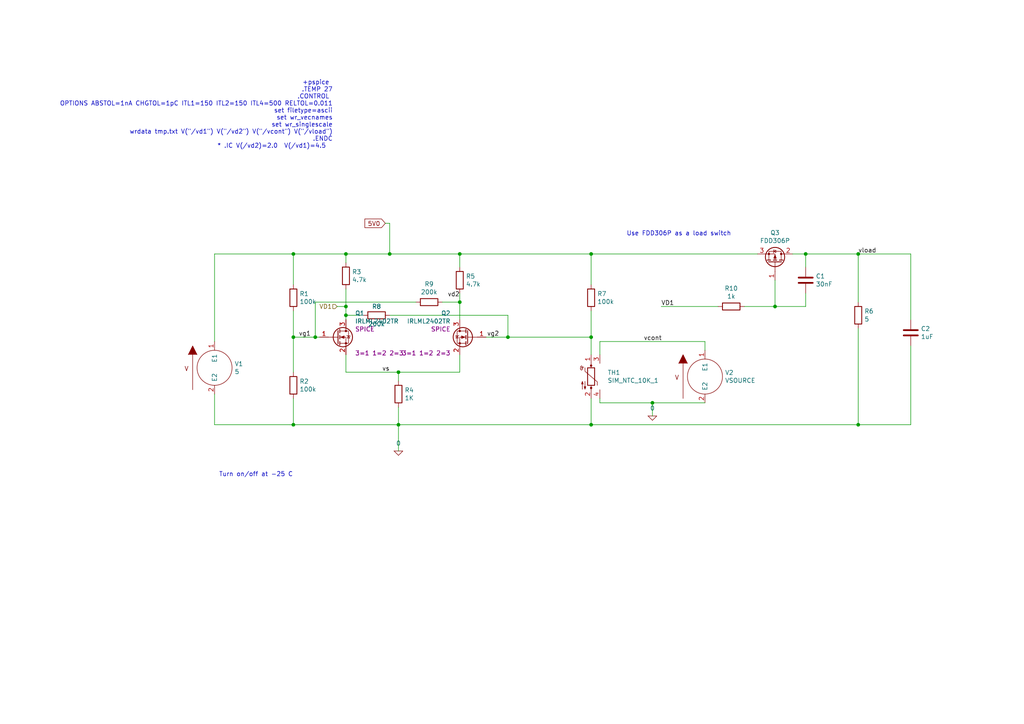
<source format=kicad_sch>
(kicad_sch (version 20211123) (generator eeschema)
  (paper "A4")
  (title_block (title "Thermal Switch - On when warm") (date "2021-04-12") (rev "v0.1") (company "University of Bristol") (comment 1 "Copyright - CERN-OHL-S"))
  (lib_symbols
    (symbol "Device:C" (pin_numbers hide) (pin_names (offset 0.254))
      (property "Reference" "C" (at 0.635 2.54 0))
      (property "Value" "C" (at 0.635 -2.54 0))
      (symbol "C_0_1"
        (polyline (pts (xy -2.032 -0.762) (xy 2.032 -0.762)) (stroke (width 0.508)))
        (polyline (pts (xy -2.032 0.762) (xy 2.032 0.762)) (stroke (width 0.508)))
      )
      (symbol "C_1_1"
        (pin passive line (at 0 3.81 270) (length 2.794) (name "~") (number "1"))
        (pin passive line (at 0 -3.81 90) (length 2.794) (name "~") (number "2"))
      )
    )
    (symbol "Device:Q_PMOS_GDS" (pin_names (offset 0) hide)
      (property "Reference" "Q" (at 5.08 1.27 0))
      (property "Value" "Q_PMOS_GDS" (at 5.08 -1.27 0))
      (symbol "Q_PMOS_GDS_0_1"
        (polyline (pts (xy 0.254 0) (xy -2.54 0)))
        (polyline (pts (xy 0.254 1.905) (xy 0.254 -1.905)) (stroke (width 0.254)))
        (polyline (pts (xy 0.762 -1.27) (xy 0.762 -2.286)) (stroke (width 0.254)))
        (polyline (pts (xy 0.762 0.508) (xy 0.762 -0.508)) (stroke (width 0.254)))
        (polyline (pts (xy 0.762 2.286) (xy 0.762 1.27)) (stroke (width 0.254)))
        (polyline (pts (xy 2.54 2.54) (xy 2.54 1.778)))
        (polyline (pts (xy 2.54 -2.54) (xy 2.54 0) (xy 0.762 0)))
        (polyline (pts (xy 0.762 1.778) (xy 3.302 1.778) (xy 3.302 -1.778) (xy 0.762 -1.778)))
        (polyline (pts (xy 2.286 0) (xy 1.27 0.381) (xy 1.27 -0.381) (xy 2.286 0)) (fill (type outline)))
        (polyline (pts (xy 2.794 -0.508) (xy 2.921 -0.381) (xy 3.683 -0.381) (xy 3.81 -0.254)))
        (polyline (pts (xy 3.302 -0.381) (xy 2.921 0.254) (xy 3.683 0.254) (xy 3.302 -0.381)))
        (circle (center 1.651 0) (radius 2.794) (stroke (width 0.254)))
        (circle (center 2.54 -1.778) (radius 0.254) (fill (type outline)))
        (circle (center 2.54 1.778) (radius 0.254) (fill (type outline)))
      )
      (symbol "Q_PMOS_GDS_1_1"
        (pin input line (at -5.08 0 0) (length 2.54) (name "G") (number "1"))
        (pin passive line (at 2.54 5.08 270) (length 2.54) (name "D") (number "2"))
        (pin passive line (at 2.54 -5.08 90) (length 2.54) (name "S") (number "3"))
      )
    )
    (symbol "Device:R" (pin_numbers hide) (pin_names (offset 0))
      (property "Reference" "R" (at 2.032 0 90))
      (property "Value" "R" (at 0 0 90))
      (symbol "R_0_1"
        (rectangle (start -1.016 -2.54) (end 1.016 2.54) (stroke (width 0.254)))
      )
      (symbol "R_1_1"
        (pin passive line (at 0 3.81 270) (length 1.27) (name "~") (number "1"))
        (pin passive line (at 0 -3.81 90) (length 1.27) (name "~") (number "2"))
      )
    )
    (symbol "kicad_cryosub_simlib:IRLML2402TR" (pin_names hide)
      (property "Reference" "Q" (at 5.08 1.905 0))
      (property "Value" "IRLML2402TR" (at 5.08 0 0))
      (property "Spice_Primitive" "X" (at 5.08 1.905 0))
      (property "Spice_Model" "irlml2402" (at 5.08 1.905 0))
      (property "Spice_Netlist_Enabled" "Y" (at 5.08 1.905 0))
      (property "Spice_Node_Sequence" "3 1 2" (at 5.08 1.905 0))
      (property "Spice_Lib_File" "irlml2402.lib" (at 5.08 1.905 0))
      (symbol "IRLML2402TR_0_1"
        (polyline (pts (xy 0.254 0) (xy -2.54 0)))
        (polyline (pts (xy 0.254 1.905) (xy 0.254 -1.905)) (stroke (width 0.254)))
        (polyline (pts (xy 0.762 -1.27) (xy 0.762 -2.286)) (stroke (width 0.254)))
        (polyline (pts (xy 0.762 0.508) (xy 0.762 -0.508)) (stroke (width 0.254)))
        (polyline (pts (xy 0.762 2.286) (xy 0.762 1.27)) (stroke (width 0.254)))
        (polyline (pts (xy 2.54 2.54) (xy 2.54 1.778)))
        (polyline (pts (xy 2.54 -2.54) (xy 2.54 0) (xy 0.762 0)))
        (polyline (pts (xy 0.762 -1.778) (xy 3.302 -1.778) (xy 3.302 1.778) (xy 0.762 1.778)))
        (polyline (pts (xy 1.016 0) (xy 2.032 0.381) (xy 2.032 -0.381) (xy 1.016 0)) (fill (type outline)))
        (polyline (pts (xy 2.794 0.508) (xy 2.921 0.381) (xy 3.683 0.381) (xy 3.81 0.254)))
        (polyline (pts (xy 3.302 0.381) (xy 2.921 -0.254) (xy 3.683 -0.254) (xy 3.302 0.381)))
        (circle (center 1.651 0) (radius 2.794) (stroke (width 0.254)))
        (circle (center 2.54 -1.778) (radius 0.254) (fill (type outline)))
        (circle (center 2.54 1.778) (radius 0.254) (fill (type outline)))
      )
      (symbol "IRLML2402TR_1_1"
        (pin input line (at -5.08 0 0) (length 2.54) (name "G") (number "1"))
        (pin passive line (at 2.54 -5.08 90) (length 2.54) (name "S") (number "2"))
        (pin passive line (at 2.54 5.08 270) (length 2.54) (name "D") (number "3"))
      )
    )
    (symbol "kicad_cryosub_simlib:SIM_NTC_10K_1" (pin_names (offset 0))
      (property "Reference" "TH" (at 1.905 3.81 0))
      (property "Value" "SIM_NTC_10K_1" (at 1.905 1.27 0))
      (symbol "SIM_NTC_10K_1_0_1"
        (arc (start -3.048 2.159) (mid -3.0495 2.3143) (end -3.175 2.413))
        (arc (start -3.048 2.159) (mid -2.9736 1.9794) (end -2.794 1.905))
        (arc (start -3.048 2.794) (mid -2.9736 2.6144) (end -2.794 2.54))
        (arc (start -2.794 1.905) (mid -2.6144 1.9794) (end -2.54 2.159))
        (arc (start -2.794 2.54) (mid -2.4393 2.5587) (end -2.159 2.794))
        (arc (start -2.794 3.048) (mid -2.9736 2.9736) (end -3.048 2.794))
        (arc (start -2.54 2.794) (mid -2.6144 2.9736) (end -2.794 3.048))
        (rectangle (start -1.016 2.54) (end 1.016 -2.54) (stroke (width 0.254)))
        (circle (center 0 -3.302) (radius 0.254) (fill (type outline)))
        (polyline (pts (xy -2.54 2.159) (xy -2.54 2.794)))
        (polyline (pts (xy 0 -3.81) (xy 0 -2.54)))
        (polyline (pts (xy 0 3.175) (xy 0 3.175)))
        (polyline (pts (xy 0 3.81) (xy 0 2.54)))
        (polyline (pts (xy -1.778 2.54) (xy -1.778 1.524) (xy 1.778 -1.524) (xy 1.778 -2.54)))
        (polyline (pts (xy -2.54 -3.683) (xy -2.54 -1.397) (xy -2.794 -2.159) (xy -2.286 -2.159) (xy -2.54 -1.397) (xy -2.54 -1.651)) (fill (type outline)))
        (polyline (pts (xy -1.778 -1.397) (xy -1.778 -3.683) (xy -2.032 -2.921) (xy -1.524 -2.921) (xy -1.778 -3.683) (xy -1.778 -3.429)) (fill (type outline)))
        (circle (center 0 3.175) (radius 0.254) (fill (type outline)))
      )
      (symbol "SIM_NTC_10K_1_1_1"
        (pin passive line (at 0 6.35 270) (length 2.54) (name "~") (number "1"))
        (pin passive line (at 0 -6.35 90) (length 2.54) (name "~") (number "2"))
        (pin passive line (at 2.54 6.35 270) (length 2.54) (name "~") (number "3"))
        (pin passive line (at 2.54 -6.35 90) (length 2.54) (name "~") (number "4"))
      )
    )
    (symbol "pspice:0" (power) (pin_names (offset 0))
      (property "Value" "0" (at 0 -1.778 0))
      (symbol "0_0_1"
        (polyline (pts (xy -1.27 0) (xy 0 -1.27) (xy 1.27 0) (xy -1.27 0)))
      )
      (symbol "0_1_1"
        (pin power_in line (at 0 0 0) (length 0) hide (name "0") (number "1"))
      )
    )
    (symbol "pspice:VSOURCE" (pin_names (offset 1.016))
      (property "Reference" "V" (at -6.35 7.62 0))
      (property "Value" "VSOURCE" (at 0 0 0))
      (symbol "VSOURCE_0_1"
        (polyline (pts (xy -6.35 -6.35) (xy -6.35 3.81)) (fill (type outline)))
        (polyline (pts (xy -7.62 3.81) (xy -6.35 6.35) (xy -5.08 3.81)) (fill (type outline)))
        (circle (center 0 0) (radius 5.08))
        (text "V" (at -8.128 -0.254 0) (effects (font (size 1.27 1.27))))
      )
      (symbol "VSOURCE_1_1"
        (pin input line (at 0 7.62 270) (length 2.54) (name "E1") (number "1"))
        (pin input line (at 0 -7.62 90) (length 2.54) (name "E2") (number "2"))
      )
    )
  )
  (junction (at 171.45 73.66))
  (junction (at 85.09 73.66))
  (junction (at 100.33 73.66))
  (junction (at 147.32 97.79))
  (junction (at 224.79 88.9))
  (junction (at 113.03 73.66))
  (junction (at 100.33 91.44))
  (junction (at 115.57 107.95))
  (junction (at 171.45 97.79))
  (junction (at 100.33 88.9))
  (junction (at 115.57 123.19))
  (junction (at 133.35 87.63))
  (junction (at 233.68 73.66))
  (junction (at 248.92 123.19))
  (junction (at 171.45 123.19))
  (junction (at 133.35 73.66))
  (junction (at 85.09 97.79))
  (junction (at 85.09 123.19))
  (junction (at 91.44 97.79))
  (junction (at 248.92 73.66))
  (junction (at 189.23 116.84))
  (wire (pts (xy 133.35 107.95) (xy 133.35 102.87)))
  (wire (pts (xy 171.45 115.57) (xy 171.45 123.19)))
  (wire (pts (xy 173.99 102.87) (xy 173.99 99.06)))
  (wire (pts (xy 62.23 123.19) (xy 85.09 123.19)))
  (wire (pts (xy 115.57 118.11) (xy 115.57 123.19)))
  (wire (pts (xy 233.68 73.66) (xy 248.92 73.66)))
  (wire (pts (xy 85.09 73.66) (xy 62.23 73.66)))
  (wire (pts (xy 120.65 87.63) (xy 91.44 87.63)))
  (wire (pts (xy 100.33 102.87) (xy 100.33 107.95)))
  (wire (pts (xy 100.33 83.82) (xy 100.33 88.9)))
  (wire (pts (xy 171.45 73.66) (xy 171.45 82.55)))
  (wire (pts (xy 100.33 73.66) (xy 85.09 73.66)))
  (wire (pts (xy 128.27 87.63) (xy 133.35 87.63)))
  (wire (pts (xy 171.45 123.19) (xy 248.92 123.19)))
  (wire (pts (xy 113.03 73.66) (xy 133.35 73.66)))
  (wire (pts (xy 173.99 99.06) (xy 204.47 99.06)))
  (wire (pts (xy 224.79 88.9) (xy 215.9 88.9)))
  (wire (pts (xy 173.99 116.84) (xy 189.23 116.84)))
  (wire (pts (xy 264.16 123.19) (xy 248.92 123.19)))
  (wire (pts (xy 248.92 73.66) (xy 248.92 87.63)))
  (wire (pts (xy 100.33 88.9) (xy 100.33 91.44)))
  (wire (pts (xy 115.57 107.95) (xy 115.57 110.49)))
  (wire (pts (xy 133.35 73.66) (xy 171.45 73.66)))
  (wire (pts (xy 100.33 91.44) (xy 105.41 91.44)))
  (wire (pts (xy 100.33 73.66) (xy 113.03 73.66)))
  (wire (pts (xy 113.03 91.44) (xy 147.32 91.44)))
  (wire (pts (xy 233.68 77.47) (xy 233.68 73.66)))
  (wire (pts (xy 111.76 64.77) (xy 113.03 64.77)))
  (wire (pts (xy 85.09 123.19) (xy 115.57 123.19)))
  (wire (pts (xy 229.87 73.66) (xy 233.68 73.66)))
  (wire (pts (xy 100.33 107.95) (xy 115.57 107.95)))
  (wire (pts (xy 85.09 90.17) (xy 85.09 97.79)))
  (wire (pts (xy 62.23 73.66) (xy 62.23 99.06)))
  (wire (pts (xy 85.09 73.66) (xy 85.09 82.55)))
  (wire (pts (xy 133.35 85.09) (xy 133.35 87.63)))
  (wire (pts (xy 100.33 91.44) (xy 100.33 92.71)))
  (wire (pts (xy 171.45 73.66) (xy 219.71 73.66)))
  (wire (pts (xy 97.79 88.9) (xy 100.33 88.9)))
  (wire (pts (xy 171.45 97.79) (xy 171.45 90.17)))
  (wire (pts (xy 173.99 116.84) (xy 173.99 115.57)))
  (wire (pts (xy 204.47 99.06) (xy 204.47 101.6)))
  (wire (pts (xy 264.16 100.33) (xy 264.16 123.19)))
  (wire (pts (xy 85.09 97.79) (xy 91.44 97.79)))
  (wire (pts (xy 91.44 97.79) (xy 92.71 97.79)))
  (wire (pts (xy 115.57 123.19) (xy 115.57 130.81)))
  (wire (pts (xy 115.57 123.19) (xy 171.45 123.19)))
  (wire (pts (xy 133.35 73.66) (xy 133.35 77.47)))
  (wire (pts (xy 133.35 87.63) (xy 133.35 92.71)))
  (wire (pts (xy 189.23 116.84) (xy 189.23 120.65)))
  (wire (pts (xy 147.32 97.79) (xy 171.45 97.79)))
  (wire (pts (xy 233.68 85.09) (xy 233.68 88.9)))
  (wire (pts (xy 147.32 91.44) (xy 147.32 97.79)))
  (wire (pts (xy 85.09 97.79) (xy 85.09 107.95)))
  (wire (pts (xy 140.97 97.79) (xy 147.32 97.79)))
  (wire (pts (xy 264.16 73.66) (xy 248.92 73.66)))
  (wire (pts (xy 91.44 87.63) (xy 91.44 97.79)))
  (wire (pts (xy 248.92 123.19) (xy 248.92 95.25)))
  (wire (pts (xy 264.16 92.71) (xy 264.16 73.66)))
  (wire (pts (xy 189.23 116.84) (xy 204.47 116.84)))
  (wire (pts (xy 233.68 88.9) (xy 224.79 88.9)))
  (wire (pts (xy 113.03 64.77) (xy 113.03 73.66)))
  (wire (pts (xy 115.57 107.95) (xy 133.35 107.95)))
  (wire (pts (xy 224.79 81.28) (xy 224.79 88.9)))
  (wire (pts (xy 208.28 88.9) (xy 191.77 88.9)))
  (wire (pts (xy 171.45 97.79) (xy 171.45 102.87)))
  (wire (pts (xy 100.33 76.2) (xy 100.33 73.66)))
  (wire (pts (xy 62.23 114.3) (xy 62.23 123.19)))
  (wire (pts (xy 85.09 115.57) (xy 85.09 123.19)))
  (text "Use FDD306P as a load switch" (at 212.09 68.58 180) (effects (font (size 1.27 1.27)) (justify right bottom)))
  (text "+pspice \n.TEMP 27\n.CONTROL \nOPTIONS ABSTOL=1nA CHGTOL=1pC ITL1=150 ITL2=150 ITL4=500 RELTOL=0.011\nset filetype=ascii\nset wr_vecnames\nset wr_singlescale\nwrdata tmp.txt V(\"/vd1\") V(\"/vd2\") V(\"/vcont\") V(\"/vload\")\n.ENDC\n* .IC V(/vd2)=2.0  V(/vd1)=4.5  " (at 96.52 43.18 0) (effects (font (size 1.27 1.27)) (justify right bottom)))
  (text "Turn on/off at -25 C\n" (at 63.5 138.43 0) (effects (font (size 1.27 1.27)) (justify left bottom)))
  (label "vload" (at 248.92 73.66 0))
  (label "vg1" (at 90.17 97.79 180))
  (label "VD1" (at 191.77 88.9 0))
  (label "vcont" (at 186.69 99.06 0))
  (label "vg2" (at 144.78 97.79 180))
  (label "vd2" (at 133.35 86.36 180))
  (label "vs" (at 113.03 107.95 180))
  (global_label "5V0" (shape input) (at 111.76 64.77 180) (property "Intersheet References" "${INTERSHEET_REFS}" (effects hide)))
  (hierarchical_label "VD1" (shape input) (at 97.79 88.9 180))
  (symbol (lib_id "Device:R") (at 115.57 114.3 0) (unit 1)
    (property "Reference" "R4" (at 117.348 113.157 0) (effects (justify left)))
    (property "Value" "1K" (at 117.348 115.443 0) (effects (justify left)))
    (property "Footprint" "Resistor_SMD:R_0603_1608Metric_Pad0.98x0.95mm_HandSolder" (effects hide))
  )
  (symbol (lib_id "Device:R") (at 100.33 80.01 0) (unit 1)
    (property "Reference" "R3" (at 102.108 78.867 0) (effects (justify left)))
    (property "Value" "4.7k" (at 102.108 81.153 0) (effects (justify left)))
    (property "Footprint" "Resistor_SMD:R_0603_1608Metric_Pad0.98x0.95mm_HandSolder" (effects hide))
  )
  (symbol (lib_id "Device:R") (at 133.35 81.28 0) (unit 1)
    (property "Reference" "R5" (at 135.128 80.137 0) (effects (justify left)))
    (property "Value" "4.7k" (at 135.128 82.423 0) (effects (justify left)))
    (property "Footprint" "Resistor_SMD:R_0603_1608Metric_Pad0.98x0.95mm_HandSolder" (effects hide))
  )
  (symbol (lib_id "pspice:VSOURCE") (at 62.23 106.68 0) (unit 1)
    (property "Reference" "V1" (at 68.0212 105.537 0) (effects (justify left)))
    (property "Value" "VSOURCE" (at 68.0212 107.823 0) (effects (justify left)))
    (property "Spice_Primitive" "V" (effects hide))
    (property "Spice_Model" "dc 5" (effects hide))
    (property "Spice_Netlist_Enabled" "Y" (effects hide))
  )
  (symbol (lib_id "pspice:0") (at 115.57 130.81 0) (unit 1)
    (property "Reference" "#GND01" (effects hide))
    (property "Value" "0" (at 115.57 128.5748 0))
  )
  (symbol (lib_id "Device:R") (at 85.09 86.36 0) (unit 1)
    (property "Reference" "R1" (at 86.868 85.217 0) (effects (justify left)))
    (property "Value" "100k" (at 86.868 87.503 0) (effects (justify left)))
    (property "Footprint" "Resistor_SMD:R_0603_1608Metric_Pad0.98x0.95mm_HandSolder" (effects hide))
  )
  (symbol (lib_id "Device:R") (at 85.09 111.76 0) (unit 1)
    (property "Reference" "R2" (at 86.868 110.617 0) (effects (justify left)))
    (property "Value" "100k" (at 86.868 112.903 0) (effects (justify left)))
    (property "Footprint" "Resistor_SMD:R_0603_1608Metric_Pad0.98x0.95mm_HandSolder" (effects hide))
  )
  (symbol (lib_id "Device:R") (at 171.45 86.36 0) (unit 1)
    (property "Reference" "R7" (at 173.228 85.217 0) (effects (justify left)))
    (property "Value" "100k" (at 173.228 87.503 0) (effects (justify left)))
    (property "Footprint" "Resistor_SMD:R_0603_1608Metric_Pad0.98x0.95mm_HandSolder" (effects hide))
  )
  (symbol (lib_id "pspice:VSOURCE") (at 204.47 109.22 0) (unit 1)
    (property "Reference" "V2" (at 210.2612 108.077 0) (effects (justify left)))
    (property "Value" "VSOURCE" (at 210.2612 110.363 0) (effects (justify left)))
    (property "Spice_Primitive" "V" (effects hide))
    (property "Spice_Model" "dc 270 ac 1 pulse(1 350 0 10 10 10 100)" (effects hide))
    (property "Spice_Netlist_Enabled" "Y" (effects hide))
  )
  (symbol (lib_id "Device:R") (at 124.46 87.63 90) (unit 1)
    (property "Reference" "R9" (at 124.46 82.3976 90))
    (property "Value" "200k" (at 124.46 84.709 90))
    (property "Footprint" "Resistor_SMD:R_0603_1608Metric_Pad0.98x0.95mm_HandSolder" (effects hide))
  )
  (symbol (lib_id "Device:R") (at 109.22 91.44 90) (unit 1)
    (property "Reference" "R8" (at 109.22 88.9 90))
    (property "Value" "200k" (at 109.22 93.98 90))
    (property "Footprint" "Resistor_SMD:R_0603_1608Metric_Pad0.98x0.95mm_HandSolder" (effects hide))
  )
  (symbol (lib_id "kicad_cryosub_simlib:SIM_NTC_10K_1") (at 171.45 109.22 0) (unit 1)
    (property "Reference" "TH1" (at 176.1998 108.0516 0) (effects (justify left)))
    (property "Value" "SIM_NTC_10K_1" (at 176.1998 110.363 0) (effects (justify left)))
    (property "Footprint" "Resistor_SMD:R_0805_2012Metric_Pad1.20x1.40mm_HandSolder" (effects hide))
    (property "Spice_Primitive" "X" (effects hide))
    (property "Spice_Model" "NTC_10K_1" (effects hide))
    (property "Spice_Netlist_Enabled" "Y" (effects hide))
    (property "Spice_Lib_File" "./sim_ntc_10k_1.lib" (effects hide))
  )
  (symbol (lib_id "pspice:0") (at 189.23 120.65 0) (unit 1)
    (property "Reference" "#GND02" (effects hide))
    (property "Value" "0" (at 189.23 118.3894 0))
  )
  (symbol (lib_id "Device:Q_PMOS_GDS") (at 224.79 76.2 270) (mirror x) (unit 1)
    (property "Reference" "Q3" (at 224.79 67.5132 90))
    (property "Value" "FDD306P" (at 224.79 69.8246 90))
    (property "Footprint" "Package_TO_SOT_SMD:TO-252-3_TabPin2" (effects hide))
    (property "Spice_Primitive" "X" (effects hide))
    (property "Spice_Model" "FDD306P" (effects hide))
    (property "Spice_Netlist_Enabled" "Y" (effects hide))
    (property "Spice_Lib_File" "./FDD306P.lib" (effects hide))
    (property "Spice_Node_Sequence" "2 1 3" (effects hide))
  )
  (symbol (lib_id "Device:R") (at 248.92 91.44 0) (unit 1)
    (property "Reference" "R6" (at 250.698 90.2716 0) (effects (justify left)))
    (property "Value" "5" (at 250.698 92.583 0) (effects (justify left)))
  )
  (symbol (lib_id "Device:C") (at 264.16 96.52 0) (unit 1)
    (property "Reference" "C2" (at 267.081 95.3516 0) (effects (justify left)))
    (property "Value" "1uF" (at 267.081 97.663 0) (effects (justify left)))
    (property "Footprint" "Capacitor_SMD:C_0805_2012Metric_Pad1.18x1.45mm_HandSolder" (effects hide))
  )
  (symbol (lib_id "Device:C") (at 233.68 81.28 0) (unit 1)
    (property "Reference" "C1" (at 236.601 80.1116 0) (effects (justify left)))
    (property "Value" "30nF" (at 236.601 82.423 0) (effects (justify left)))
    (property "Footprint" "Capacitor_SMD:C_0201_0603Metric_Pad0.64x0.40mm_HandSolder" (effects hide))
  )
  (symbol (lib_id "Device:R") (at 212.09 88.9 270) (unit 1)
    (property "Reference" "R10" (at 212.09 83.6422 90))
    (property "Value" "1k" (at 212.09 85.9536 90))
    (property "Footprint" "Resistor_SMD:R_0603_1608Metric_Pad0.98x0.95mm_HandSolder" (effects hide))
  )
  (symbol (lib_id "kicad_cryosub_simlib:IRLML2402TR") (at 97.79 97.79 0) (unit 1)
    (property "Reference" "Q1" (at 102.9716 90.8558 0) (effects (justify left)))
    (property "Value" "IRLML2402TR" (at 102.9716 93.1672 0) (effects (justify left)))
    (property "Footprint" "Package_TO_SOT_SMD:SOT-23" (effects hide))
    (property "Datasheet" "https://docs.rs-online.com/c4e5/0900766b80afb7ed.pdf" (effects hide))
    (property "Spice_Primitive" "X" (at 102.9716 95.4786 0) (effects (justify left)))
    (property "Spice_Model" "irlml2402" (at 102.9716 97.79 0) (effects (justify left)))
    (property "Spice_Netlist_Enabled" "Y" (at 102.9716 100.1014 0) (effects (justify left)))
    (property "Spice_Node_Sequence" "3 1 2" (at 102.9716 102.4128 0) (effects (justify left)))
    (property "Spice_Lib_File" "irlml2402.lib" (at 102.9716 104.7242 0) (effects (justify left)))
  )
  (symbol (lib_id "kicad_cryosub_simlib:IRLML2402TR") (at 135.89 97.79 0) (mirror y) (unit 1)
    (property "Reference" "Q2" (at 130.683 90.8558 0) (effects (justify left)))
    (property "Value" "IRLML2402TR" (at 130.683 93.1672 0) (effects (justify left)))
    (property "Footprint" "Package_TO_SOT_SMD:SOT-23" (effects hide))
    (property "Datasheet" "https://docs.rs-online.com/c4e5/0900766b80afb7ed.pdf" (effects hide))
    (property "Spice_Primitive" "X" (at 130.683 95.4786 0) (effects (justify left)))
    (property "Spice_Model" "irlml2402" (at 130.683 97.79 0) (effects (justify left)))
    (property "Spice_Netlist_Enabled" "Y" (at 130.683 100.1014 0) (effects (justify left)))
    (property "Spice_Node_Sequence" "3 1 2" (at 130.683 102.4128 0) (effects (justify left)))
    (property "Spice_Lib_File" "irlml2402.lib" (at 130.683 104.7242 0) (effects (justify left)))
  )
)
</source>
